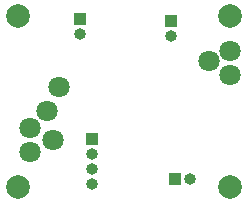
<source format=gbr>
%TF.GenerationSoftware,KiCad,Pcbnew,7.0.2-6a45011f42~172~ubuntu22.04.1*%
%TF.CreationDate,2023-05-25T16:12:51+01:00*%
%TF.ProjectId,module_stspin250,6d6f6475-6c65-45f7-9374-7370696e3235,rev?*%
%TF.SameCoordinates,Original*%
%TF.FileFunction,Soldermask,Bot*%
%TF.FilePolarity,Negative*%
%FSLAX46Y46*%
G04 Gerber Fmt 4.6, Leading zero omitted, Abs format (unit mm)*
G04 Created by KiCad (PCBNEW 7.0.2-6a45011f42~172~ubuntu22.04.1) date 2023-05-25 16:12:51*
%MOMM*%
%LPD*%
G01*
G04 APERTURE LIST*
%ADD10R,1.000000X1.000000*%
%ADD11O,1.000000X1.000000*%
%ADD12C,1.800000*%
%ADD13C,2.000000*%
G04 APERTURE END LIST*
D10*
%TO.C,J4*%
X15350000Y2700000D03*
D11*
X16620000Y2700000D03*
%TD*%
D12*
%TO.C,J5*%
X4500000Y8500000D03*
%TD*%
%TO.C,J9*%
X20000000Y13500000D03*
%TD*%
%TO.C,J7*%
X5500000Y10500000D03*
%TD*%
%TO.C,J8*%
X3000000Y5000000D03*
%TD*%
%TO.C,J9*%
X20000000Y11500000D03*
%TD*%
D10*
%TO.C,J1*%
X15000000Y16100000D03*
D11*
X15000000Y14830000D03*
%TD*%
D12*
%TO.C,J10*%
X18200000Y12700000D03*
%TD*%
%TO.C,J11*%
X3000000Y7000000D03*
%TD*%
D10*
%TO.C,J3*%
X8300000Y6100000D03*
D11*
X8300000Y4830000D03*
X8300000Y3560000D03*
X8300000Y2290000D03*
%TD*%
D10*
%TO.C,J2*%
X7250000Y16220000D03*
D11*
X7250000Y14950000D03*
%TD*%
D12*
%TO.C,J6*%
X5000000Y6000000D03*
%TD*%
D13*
%TO.C,I8*%
X20000000Y2000000D03*
%TD*%
%TO.C,I7*%
X2000000Y2000000D03*
%TD*%
%TO.C,I5*%
X20000000Y16500000D03*
%TD*%
%TO.C,I6*%
X2000000Y16500000D03*
%TD*%
M02*

</source>
